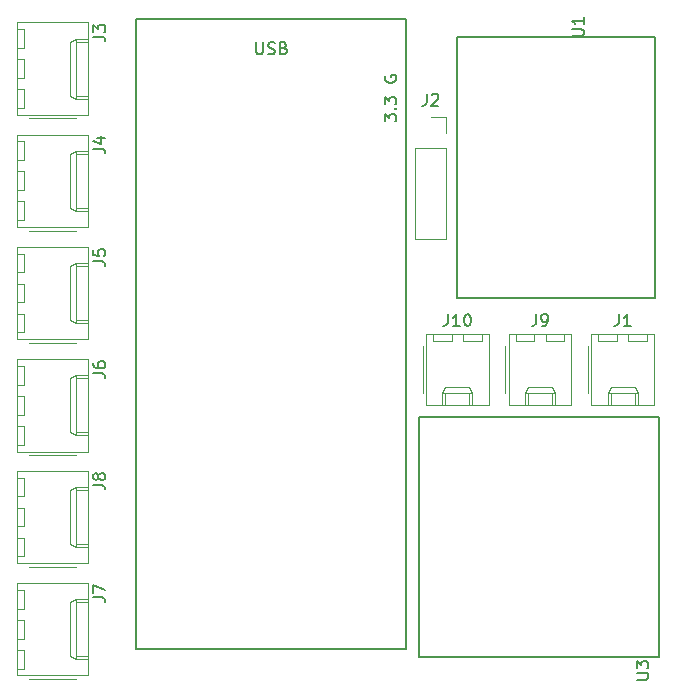
<source format=gbr>
G04 #@! TF.GenerationSoftware,KiCad,Pcbnew,5.0.2*
G04 #@! TF.CreationDate,2019-08-01T22:02:08-03:00*
G04 #@! TF.ProjectId,iceCubeNomeFeio,69636543-7562-4654-9e6f-6d654665696f,rev?*
G04 #@! TF.SameCoordinates,Original*
G04 #@! TF.FileFunction,Legend,Top*
G04 #@! TF.FilePolarity,Positive*
%FSLAX46Y46*%
G04 Gerber Fmt 4.6, Leading zero omitted, Abs format (unit mm)*
G04 Created by KiCad (PCBNEW 5.0.2) date qui 01 ago 2019 22:02:08 -03*
%MOMM*%
%LPD*%
G01*
G04 APERTURE LIST*
%ADD10C,0.120000*%
%ADD11C,0.150000*%
G04 APERTURE END LIST*
D10*
G04 #@! TO.C,J5*
X122570000Y-83200000D02*
X121970000Y-83200000D01*
X122570000Y-84800000D02*
X122570000Y-83200000D01*
X121970000Y-84800000D02*
X122570000Y-84800000D01*
X122570000Y-85740000D02*
X121970000Y-85740000D01*
X122570000Y-87340000D02*
X122570000Y-85740000D01*
X121970000Y-87340000D02*
X122570000Y-87340000D01*
X122570000Y-88280000D02*
X121970000Y-88280000D01*
X122570000Y-89880000D02*
X122570000Y-88280000D01*
X121970000Y-89880000D02*
X122570000Y-89880000D01*
X127990000Y-84250000D02*
X126990000Y-84250000D01*
X127990000Y-88830000D02*
X126990000Y-88830000D01*
X126460000Y-84250000D02*
X126990000Y-84000000D01*
X126460000Y-88830000D02*
X126460000Y-84250000D01*
X126990000Y-89080000D02*
X126460000Y-88830000D01*
X126990000Y-84000000D02*
X127990000Y-84000000D01*
X126990000Y-89080000D02*
X126990000Y-84000000D01*
X127990000Y-89080000D02*
X126990000Y-89080000D01*
X123000000Y-90750000D02*
X127000000Y-90750000D01*
X121970000Y-82620000D02*
X121970000Y-90460000D01*
X127990000Y-82620000D02*
X121970000Y-82620000D01*
X127990000Y-90460000D02*
X127990000Y-82620000D01*
X121970000Y-90460000D02*
X127990000Y-90460000D01*
G04 #@! TO.C,J2*
X155670000Y-74270000D02*
X158330000Y-74270000D01*
X155670000Y-74270000D02*
X155670000Y-81950000D01*
X155670000Y-81950000D02*
X158330000Y-81950000D01*
X158330000Y-74270000D02*
X158330000Y-81950000D01*
X158330000Y-71670000D02*
X158330000Y-73000000D01*
X157000000Y-71670000D02*
X158330000Y-71670000D01*
D11*
G04 #@! TO.C,U1*
X176000000Y-64902000D02*
X176000000Y-87000000D01*
X176000000Y-87000000D02*
X159236000Y-87000000D01*
X159236000Y-87000000D02*
X159236000Y-64902000D01*
X159236000Y-64902000D02*
X176000000Y-64902000D01*
G04 #@! TO.C,U2*
X154930000Y-63330000D02*
X132070000Y-63330000D01*
X132070000Y-116670000D02*
X154930000Y-116670000D01*
X154930000Y-116670000D02*
X154930000Y-63330000D01*
X132070000Y-63330000D02*
X132070000Y-116670000D01*
G04 #@! TO.C,U3*
X156000000Y-117320000D02*
X156000000Y-97000000D01*
X156000000Y-97000000D02*
X176320000Y-97000000D01*
X176320000Y-97000000D02*
X176320000Y-117320000D01*
X176320000Y-117320000D02*
X156000000Y-117320000D01*
D10*
G04 #@! TO.C,J1*
X170620000Y-89970000D02*
X170620000Y-95990000D01*
X170620000Y-95990000D02*
X175920000Y-95990000D01*
X175920000Y-95990000D02*
X175920000Y-89970000D01*
X175920000Y-89970000D02*
X170620000Y-89970000D01*
X170330000Y-91000000D02*
X170330000Y-95000000D01*
X172000000Y-95990000D02*
X172000000Y-94990000D01*
X172000000Y-94990000D02*
X174540000Y-94990000D01*
X174540000Y-94990000D02*
X174540000Y-95990000D01*
X172000000Y-94990000D02*
X172250000Y-94460000D01*
X172250000Y-94460000D02*
X174290000Y-94460000D01*
X174290000Y-94460000D02*
X174540000Y-94990000D01*
X172250000Y-95990000D02*
X172250000Y-94990000D01*
X174290000Y-95990000D02*
X174290000Y-94990000D01*
X171200000Y-89970000D02*
X171200000Y-90570000D01*
X171200000Y-90570000D02*
X172800000Y-90570000D01*
X172800000Y-90570000D02*
X172800000Y-89970000D01*
X173740000Y-89970000D02*
X173740000Y-90570000D01*
X173740000Y-90570000D02*
X175340000Y-90570000D01*
X175340000Y-90570000D02*
X175340000Y-89970000D01*
G04 #@! TO.C,J3*
X122570000Y-64200000D02*
X121970000Y-64200000D01*
X122570000Y-65800000D02*
X122570000Y-64200000D01*
X121970000Y-65800000D02*
X122570000Y-65800000D01*
X122570000Y-66740000D02*
X121970000Y-66740000D01*
X122570000Y-68340000D02*
X122570000Y-66740000D01*
X121970000Y-68340000D02*
X122570000Y-68340000D01*
X122570000Y-69280000D02*
X121970000Y-69280000D01*
X122570000Y-70880000D02*
X122570000Y-69280000D01*
X121970000Y-70880000D02*
X122570000Y-70880000D01*
X127990000Y-65250000D02*
X126990000Y-65250000D01*
X127990000Y-69830000D02*
X126990000Y-69830000D01*
X126460000Y-65250000D02*
X126990000Y-65000000D01*
X126460000Y-69830000D02*
X126460000Y-65250000D01*
X126990000Y-70080000D02*
X126460000Y-69830000D01*
X126990000Y-65000000D02*
X127990000Y-65000000D01*
X126990000Y-70080000D02*
X126990000Y-65000000D01*
X127990000Y-70080000D02*
X126990000Y-70080000D01*
X123000000Y-71750000D02*
X127000000Y-71750000D01*
X121970000Y-63620000D02*
X121970000Y-71460000D01*
X127990000Y-63620000D02*
X121970000Y-63620000D01*
X127990000Y-71460000D02*
X127990000Y-63620000D01*
X121970000Y-71460000D02*
X127990000Y-71460000D01*
G04 #@! TO.C,J4*
X121970000Y-80960000D02*
X127990000Y-80960000D01*
X127990000Y-80960000D02*
X127990000Y-73120000D01*
X127990000Y-73120000D02*
X121970000Y-73120000D01*
X121970000Y-73120000D02*
X121970000Y-80960000D01*
X123000000Y-81250000D02*
X127000000Y-81250000D01*
X127990000Y-79580000D02*
X126990000Y-79580000D01*
X126990000Y-79580000D02*
X126990000Y-74500000D01*
X126990000Y-74500000D02*
X127990000Y-74500000D01*
X126990000Y-79580000D02*
X126460000Y-79330000D01*
X126460000Y-79330000D02*
X126460000Y-74750000D01*
X126460000Y-74750000D02*
X126990000Y-74500000D01*
X127990000Y-79330000D02*
X126990000Y-79330000D01*
X127990000Y-74750000D02*
X126990000Y-74750000D01*
X121970000Y-80380000D02*
X122570000Y-80380000D01*
X122570000Y-80380000D02*
X122570000Y-78780000D01*
X122570000Y-78780000D02*
X121970000Y-78780000D01*
X121970000Y-77840000D02*
X122570000Y-77840000D01*
X122570000Y-77840000D02*
X122570000Y-76240000D01*
X122570000Y-76240000D02*
X121970000Y-76240000D01*
X121970000Y-75300000D02*
X122570000Y-75300000D01*
X122570000Y-75300000D02*
X122570000Y-73700000D01*
X122570000Y-73700000D02*
X121970000Y-73700000D01*
G04 #@! TO.C,J6*
X121970000Y-99960000D02*
X127990000Y-99960000D01*
X127990000Y-99960000D02*
X127990000Y-92120000D01*
X127990000Y-92120000D02*
X121970000Y-92120000D01*
X121970000Y-92120000D02*
X121970000Y-99960000D01*
X123000000Y-100250000D02*
X127000000Y-100250000D01*
X127990000Y-98580000D02*
X126990000Y-98580000D01*
X126990000Y-98580000D02*
X126990000Y-93500000D01*
X126990000Y-93500000D02*
X127990000Y-93500000D01*
X126990000Y-98580000D02*
X126460000Y-98330000D01*
X126460000Y-98330000D02*
X126460000Y-93750000D01*
X126460000Y-93750000D02*
X126990000Y-93500000D01*
X127990000Y-98330000D02*
X126990000Y-98330000D01*
X127990000Y-93750000D02*
X126990000Y-93750000D01*
X121970000Y-99380000D02*
X122570000Y-99380000D01*
X122570000Y-99380000D02*
X122570000Y-97780000D01*
X122570000Y-97780000D02*
X121970000Y-97780000D01*
X121970000Y-96840000D02*
X122570000Y-96840000D01*
X122570000Y-96840000D02*
X122570000Y-95240000D01*
X122570000Y-95240000D02*
X121970000Y-95240000D01*
X121970000Y-94300000D02*
X122570000Y-94300000D01*
X122570000Y-94300000D02*
X122570000Y-92700000D01*
X122570000Y-92700000D02*
X121970000Y-92700000D01*
G04 #@! TO.C,J9*
X168340000Y-90570000D02*
X168340000Y-89970000D01*
X166740000Y-90570000D02*
X168340000Y-90570000D01*
X166740000Y-89970000D02*
X166740000Y-90570000D01*
X165800000Y-90570000D02*
X165800000Y-89970000D01*
X164200000Y-90570000D02*
X165800000Y-90570000D01*
X164200000Y-89970000D02*
X164200000Y-90570000D01*
X167290000Y-95990000D02*
X167290000Y-94990000D01*
X165250000Y-95990000D02*
X165250000Y-94990000D01*
X167290000Y-94460000D02*
X167540000Y-94990000D01*
X165250000Y-94460000D02*
X167290000Y-94460000D01*
X165000000Y-94990000D02*
X165250000Y-94460000D01*
X167540000Y-94990000D02*
X167540000Y-95990000D01*
X165000000Y-94990000D02*
X167540000Y-94990000D01*
X165000000Y-95990000D02*
X165000000Y-94990000D01*
X163330000Y-91000000D02*
X163330000Y-95000000D01*
X168920000Y-89970000D02*
X163620000Y-89970000D01*
X168920000Y-95990000D02*
X168920000Y-89970000D01*
X163620000Y-95990000D02*
X168920000Y-95990000D01*
X163620000Y-89970000D02*
X163620000Y-95990000D01*
G04 #@! TO.C,J10*
X156620000Y-89970000D02*
X156620000Y-95990000D01*
X156620000Y-95990000D02*
X161920000Y-95990000D01*
X161920000Y-95990000D02*
X161920000Y-89970000D01*
X161920000Y-89970000D02*
X156620000Y-89970000D01*
X156330000Y-91000000D02*
X156330000Y-95000000D01*
X158000000Y-95990000D02*
X158000000Y-94990000D01*
X158000000Y-94990000D02*
X160540000Y-94990000D01*
X160540000Y-94990000D02*
X160540000Y-95990000D01*
X158000000Y-94990000D02*
X158250000Y-94460000D01*
X158250000Y-94460000D02*
X160290000Y-94460000D01*
X160290000Y-94460000D02*
X160540000Y-94990000D01*
X158250000Y-95990000D02*
X158250000Y-94990000D01*
X160290000Y-95990000D02*
X160290000Y-94990000D01*
X157200000Y-89970000D02*
X157200000Y-90570000D01*
X157200000Y-90570000D02*
X158800000Y-90570000D01*
X158800000Y-90570000D02*
X158800000Y-89970000D01*
X159740000Y-89970000D02*
X159740000Y-90570000D01*
X159740000Y-90570000D02*
X161340000Y-90570000D01*
X161340000Y-90570000D02*
X161340000Y-89970000D01*
G04 #@! TO.C,J7*
X122570000Y-111660000D02*
X121970000Y-111660000D01*
X122570000Y-113260000D02*
X122570000Y-111660000D01*
X121970000Y-113260000D02*
X122570000Y-113260000D01*
X122570000Y-114200000D02*
X121970000Y-114200000D01*
X122570000Y-115800000D02*
X122570000Y-114200000D01*
X121970000Y-115800000D02*
X122570000Y-115800000D01*
X122570000Y-116740000D02*
X121970000Y-116740000D01*
X122570000Y-118340000D02*
X122570000Y-116740000D01*
X121970000Y-118340000D02*
X122570000Y-118340000D01*
X127990000Y-112710000D02*
X126990000Y-112710000D01*
X127990000Y-117290000D02*
X126990000Y-117290000D01*
X126460000Y-112710000D02*
X126990000Y-112460000D01*
X126460000Y-117290000D02*
X126460000Y-112710000D01*
X126990000Y-117540000D02*
X126460000Y-117290000D01*
X126990000Y-112460000D02*
X127990000Y-112460000D01*
X126990000Y-117540000D02*
X126990000Y-112460000D01*
X127990000Y-117540000D02*
X126990000Y-117540000D01*
X123000000Y-119210000D02*
X127000000Y-119210000D01*
X121970000Y-111080000D02*
X121970000Y-118920000D01*
X127990000Y-111080000D02*
X121970000Y-111080000D01*
X127990000Y-118920000D02*
X127990000Y-111080000D01*
X121970000Y-118920000D02*
X127990000Y-118920000D01*
G04 #@! TO.C,J8*
X121970000Y-109420000D02*
X127990000Y-109420000D01*
X127990000Y-109420000D02*
X127990000Y-101580000D01*
X127990000Y-101580000D02*
X121970000Y-101580000D01*
X121970000Y-101580000D02*
X121970000Y-109420000D01*
X123000000Y-109710000D02*
X127000000Y-109710000D01*
X127990000Y-108040000D02*
X126990000Y-108040000D01*
X126990000Y-108040000D02*
X126990000Y-102960000D01*
X126990000Y-102960000D02*
X127990000Y-102960000D01*
X126990000Y-108040000D02*
X126460000Y-107790000D01*
X126460000Y-107790000D02*
X126460000Y-103210000D01*
X126460000Y-103210000D02*
X126990000Y-102960000D01*
X127990000Y-107790000D02*
X126990000Y-107790000D01*
X127990000Y-103210000D02*
X126990000Y-103210000D01*
X121970000Y-108840000D02*
X122570000Y-108840000D01*
X122570000Y-108840000D02*
X122570000Y-107240000D01*
X122570000Y-107240000D02*
X121970000Y-107240000D01*
X121970000Y-106300000D02*
X122570000Y-106300000D01*
X122570000Y-106300000D02*
X122570000Y-104700000D01*
X122570000Y-104700000D02*
X121970000Y-104700000D01*
X121970000Y-103760000D02*
X122570000Y-103760000D01*
X122570000Y-103760000D02*
X122570000Y-102160000D01*
X122570000Y-102160000D02*
X121970000Y-102160000D01*
G04 #@! TO.C,J5*
D11*
X128452380Y-83833333D02*
X129166666Y-83833333D01*
X129309523Y-83880952D01*
X129404761Y-83976190D01*
X129452380Y-84119047D01*
X129452380Y-84214285D01*
X128452380Y-82880952D02*
X128452380Y-83357142D01*
X128928571Y-83404761D01*
X128880952Y-83357142D01*
X128833333Y-83261904D01*
X128833333Y-83023809D01*
X128880952Y-82928571D01*
X128928571Y-82880952D01*
X129023809Y-82833333D01*
X129261904Y-82833333D01*
X129357142Y-82880952D01*
X129404761Y-82928571D01*
X129452380Y-83023809D01*
X129452380Y-83261904D01*
X129404761Y-83357142D01*
X129357142Y-83404761D01*
G04 #@! TO.C,J2*
X156666666Y-69682380D02*
X156666666Y-70396666D01*
X156619047Y-70539523D01*
X156523809Y-70634761D01*
X156380952Y-70682380D01*
X156285714Y-70682380D01*
X157095238Y-69777619D02*
X157142857Y-69730000D01*
X157238095Y-69682380D01*
X157476190Y-69682380D01*
X157571428Y-69730000D01*
X157619047Y-69777619D01*
X157666666Y-69872857D01*
X157666666Y-69968095D01*
X157619047Y-70110952D01*
X157047619Y-70682380D01*
X157666666Y-70682380D01*
G04 #@! TO.C,U1*
X168952380Y-64761904D02*
X169761904Y-64761904D01*
X169857142Y-64714285D01*
X169904761Y-64666666D01*
X169952380Y-64571428D01*
X169952380Y-64380952D01*
X169904761Y-64285714D01*
X169857142Y-64238095D01*
X169761904Y-64190476D01*
X168952380Y-64190476D01*
X169952380Y-63190476D02*
X169952380Y-63761904D01*
X169952380Y-63476190D02*
X168952380Y-63476190D01*
X169095238Y-63571428D01*
X169190476Y-63666666D01*
X169238095Y-63761904D01*
G04 #@! TO.C,U2*
X142238095Y-65322380D02*
X142238095Y-66131904D01*
X142285714Y-66227142D01*
X142333333Y-66274761D01*
X142428571Y-66322380D01*
X142619047Y-66322380D01*
X142714285Y-66274761D01*
X142761904Y-66227142D01*
X142809523Y-66131904D01*
X142809523Y-65322380D01*
X143238095Y-66274761D02*
X143380952Y-66322380D01*
X143619047Y-66322380D01*
X143714285Y-66274761D01*
X143761904Y-66227142D01*
X143809523Y-66131904D01*
X143809523Y-66036666D01*
X143761904Y-65941428D01*
X143714285Y-65893809D01*
X143619047Y-65846190D01*
X143428571Y-65798571D01*
X143333333Y-65750952D01*
X143285714Y-65703333D01*
X143238095Y-65608095D01*
X143238095Y-65512857D01*
X143285714Y-65417619D01*
X143333333Y-65370000D01*
X143428571Y-65322380D01*
X143666666Y-65322380D01*
X143809523Y-65370000D01*
X144571428Y-65798571D02*
X144714285Y-65846190D01*
X144761904Y-65893809D01*
X144809523Y-65989047D01*
X144809523Y-66131904D01*
X144761904Y-66227142D01*
X144714285Y-66274761D01*
X144619047Y-66322380D01*
X144238095Y-66322380D01*
X144238095Y-65322380D01*
X144571428Y-65322380D01*
X144666666Y-65370000D01*
X144714285Y-65417619D01*
X144761904Y-65512857D01*
X144761904Y-65608095D01*
X144714285Y-65703333D01*
X144666666Y-65750952D01*
X144571428Y-65798571D01*
X144238095Y-65798571D01*
X153160000Y-68148095D02*
X153112380Y-68243333D01*
X153112380Y-68386190D01*
X153160000Y-68529047D01*
X153255238Y-68624285D01*
X153350476Y-68671904D01*
X153540952Y-68719523D01*
X153683809Y-68719523D01*
X153874285Y-68671904D01*
X153969523Y-68624285D01*
X154064761Y-68529047D01*
X154112380Y-68386190D01*
X154112380Y-68290952D01*
X154064761Y-68148095D01*
X154017142Y-68100476D01*
X153683809Y-68100476D01*
X153683809Y-68290952D01*
X153112380Y-71997619D02*
X153112380Y-71378571D01*
X153493333Y-71711904D01*
X153493333Y-71569047D01*
X153540952Y-71473809D01*
X153588571Y-71426190D01*
X153683809Y-71378571D01*
X153921904Y-71378571D01*
X154017142Y-71426190D01*
X154064761Y-71473809D01*
X154112380Y-71569047D01*
X154112380Y-71854761D01*
X154064761Y-71950000D01*
X154017142Y-71997619D01*
X154017142Y-70950000D02*
X154064761Y-70902380D01*
X154112380Y-70950000D01*
X154064761Y-70997619D01*
X154017142Y-70950000D01*
X154112380Y-70950000D01*
X153112380Y-70569047D02*
X153112380Y-69950000D01*
X153493333Y-70283333D01*
X153493333Y-70140476D01*
X153540952Y-70045238D01*
X153588571Y-69997619D01*
X153683809Y-69950000D01*
X153921904Y-69950000D01*
X154017142Y-69997619D01*
X154064761Y-70045238D01*
X154112380Y-70140476D01*
X154112380Y-70426190D01*
X154064761Y-70521428D01*
X154017142Y-70569047D01*
G04 #@! TO.C,U3*
X174452380Y-119261904D02*
X175261904Y-119261904D01*
X175357142Y-119214285D01*
X175404761Y-119166666D01*
X175452380Y-119071428D01*
X175452380Y-118880952D01*
X175404761Y-118785714D01*
X175357142Y-118738095D01*
X175261904Y-118690476D01*
X174452380Y-118690476D01*
X174452380Y-118309523D02*
X174452380Y-117690476D01*
X174833333Y-118023809D01*
X174833333Y-117880952D01*
X174880952Y-117785714D01*
X174928571Y-117738095D01*
X175023809Y-117690476D01*
X175261904Y-117690476D01*
X175357142Y-117738095D01*
X175404761Y-117785714D01*
X175452380Y-117880952D01*
X175452380Y-118166666D01*
X175404761Y-118261904D01*
X175357142Y-118309523D01*
G04 #@! TO.C,J1*
X172936666Y-88332380D02*
X172936666Y-89046666D01*
X172889047Y-89189523D01*
X172793809Y-89284761D01*
X172650952Y-89332380D01*
X172555714Y-89332380D01*
X173936666Y-89332380D02*
X173365238Y-89332380D01*
X173650952Y-89332380D02*
X173650952Y-88332380D01*
X173555714Y-88475238D01*
X173460476Y-88570476D01*
X173365238Y-88618095D01*
G04 #@! TO.C,J3*
X128452380Y-64833333D02*
X129166666Y-64833333D01*
X129309523Y-64880952D01*
X129404761Y-64976190D01*
X129452380Y-65119047D01*
X129452380Y-65214285D01*
X128452380Y-64452380D02*
X128452380Y-63833333D01*
X128833333Y-64166666D01*
X128833333Y-64023809D01*
X128880952Y-63928571D01*
X128928571Y-63880952D01*
X129023809Y-63833333D01*
X129261904Y-63833333D01*
X129357142Y-63880952D01*
X129404761Y-63928571D01*
X129452380Y-64023809D01*
X129452380Y-64309523D01*
X129404761Y-64404761D01*
X129357142Y-64452380D01*
G04 #@! TO.C,J4*
X128452380Y-74333333D02*
X129166666Y-74333333D01*
X129309523Y-74380952D01*
X129404761Y-74476190D01*
X129452380Y-74619047D01*
X129452380Y-74714285D01*
X128785714Y-73428571D02*
X129452380Y-73428571D01*
X128404761Y-73666666D02*
X129119047Y-73904761D01*
X129119047Y-73285714D01*
G04 #@! TO.C,J6*
X128452380Y-93333333D02*
X129166666Y-93333333D01*
X129309523Y-93380952D01*
X129404761Y-93476190D01*
X129452380Y-93619047D01*
X129452380Y-93714285D01*
X128452380Y-92428571D02*
X128452380Y-92619047D01*
X128500000Y-92714285D01*
X128547619Y-92761904D01*
X128690476Y-92857142D01*
X128880952Y-92904761D01*
X129261904Y-92904761D01*
X129357142Y-92857142D01*
X129404761Y-92809523D01*
X129452380Y-92714285D01*
X129452380Y-92523809D01*
X129404761Y-92428571D01*
X129357142Y-92380952D01*
X129261904Y-92333333D01*
X129023809Y-92333333D01*
X128928571Y-92380952D01*
X128880952Y-92428571D01*
X128833333Y-92523809D01*
X128833333Y-92714285D01*
X128880952Y-92809523D01*
X128928571Y-92857142D01*
X129023809Y-92904761D01*
G04 #@! TO.C,J9*
X165936666Y-88332380D02*
X165936666Y-89046666D01*
X165889047Y-89189523D01*
X165793809Y-89284761D01*
X165650952Y-89332380D01*
X165555714Y-89332380D01*
X166460476Y-89332380D02*
X166650952Y-89332380D01*
X166746190Y-89284761D01*
X166793809Y-89237142D01*
X166889047Y-89094285D01*
X166936666Y-88903809D01*
X166936666Y-88522857D01*
X166889047Y-88427619D01*
X166841428Y-88380000D01*
X166746190Y-88332380D01*
X166555714Y-88332380D01*
X166460476Y-88380000D01*
X166412857Y-88427619D01*
X166365238Y-88522857D01*
X166365238Y-88760952D01*
X166412857Y-88856190D01*
X166460476Y-88903809D01*
X166555714Y-88951428D01*
X166746190Y-88951428D01*
X166841428Y-88903809D01*
X166889047Y-88856190D01*
X166936666Y-88760952D01*
G04 #@! TO.C,J10*
X158460476Y-88332380D02*
X158460476Y-89046666D01*
X158412857Y-89189523D01*
X158317619Y-89284761D01*
X158174761Y-89332380D01*
X158079523Y-89332380D01*
X159460476Y-89332380D02*
X158889047Y-89332380D01*
X159174761Y-89332380D02*
X159174761Y-88332380D01*
X159079523Y-88475238D01*
X158984285Y-88570476D01*
X158889047Y-88618095D01*
X160079523Y-88332380D02*
X160174761Y-88332380D01*
X160270000Y-88380000D01*
X160317619Y-88427619D01*
X160365238Y-88522857D01*
X160412857Y-88713333D01*
X160412857Y-88951428D01*
X160365238Y-89141904D01*
X160317619Y-89237142D01*
X160270000Y-89284761D01*
X160174761Y-89332380D01*
X160079523Y-89332380D01*
X159984285Y-89284761D01*
X159936666Y-89237142D01*
X159889047Y-89141904D01*
X159841428Y-88951428D01*
X159841428Y-88713333D01*
X159889047Y-88522857D01*
X159936666Y-88427619D01*
X159984285Y-88380000D01*
X160079523Y-88332380D01*
G04 #@! TO.C,J7*
X128452380Y-112293333D02*
X129166666Y-112293333D01*
X129309523Y-112340952D01*
X129404761Y-112436190D01*
X129452380Y-112579047D01*
X129452380Y-112674285D01*
X128452380Y-111912380D02*
X128452380Y-111245714D01*
X129452380Y-111674285D01*
G04 #@! TO.C,J8*
X128452380Y-102793333D02*
X129166666Y-102793333D01*
X129309523Y-102840952D01*
X129404761Y-102936190D01*
X129452380Y-103079047D01*
X129452380Y-103174285D01*
X128880952Y-102174285D02*
X128833333Y-102269523D01*
X128785714Y-102317142D01*
X128690476Y-102364761D01*
X128642857Y-102364761D01*
X128547619Y-102317142D01*
X128500000Y-102269523D01*
X128452380Y-102174285D01*
X128452380Y-101983809D01*
X128500000Y-101888571D01*
X128547619Y-101840952D01*
X128642857Y-101793333D01*
X128690476Y-101793333D01*
X128785714Y-101840952D01*
X128833333Y-101888571D01*
X128880952Y-101983809D01*
X128880952Y-102174285D01*
X128928571Y-102269523D01*
X128976190Y-102317142D01*
X129071428Y-102364761D01*
X129261904Y-102364761D01*
X129357142Y-102317142D01*
X129404761Y-102269523D01*
X129452380Y-102174285D01*
X129452380Y-101983809D01*
X129404761Y-101888571D01*
X129357142Y-101840952D01*
X129261904Y-101793333D01*
X129071428Y-101793333D01*
X128976190Y-101840952D01*
X128928571Y-101888571D01*
X128880952Y-101983809D01*
G04 #@! TD*
M02*

</source>
